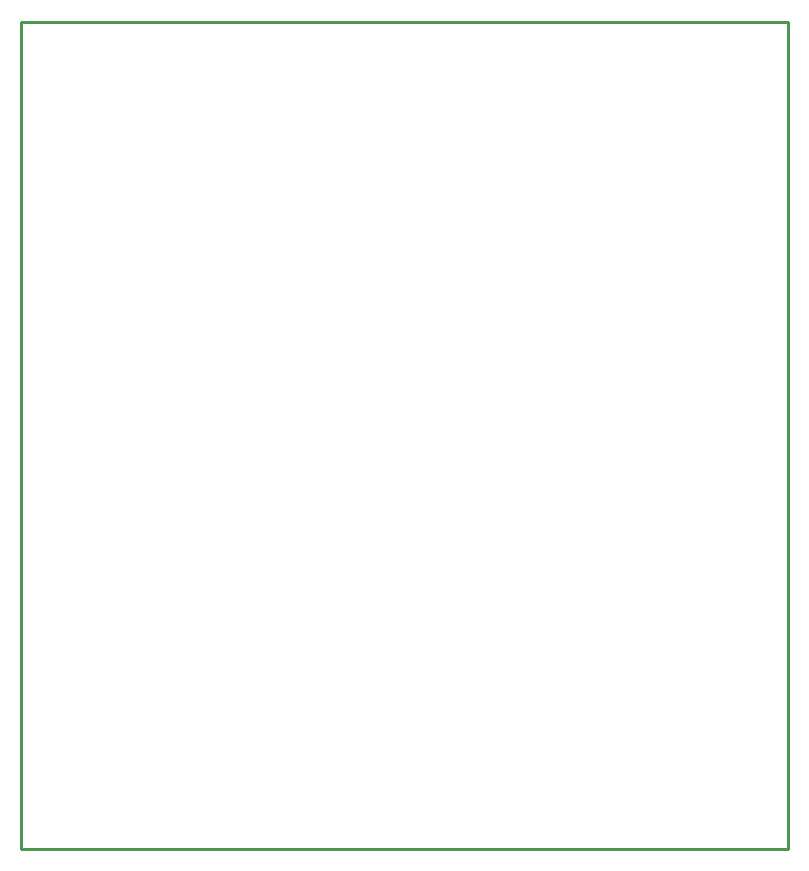
<source format=gko>
G04*
G04 #@! TF.GenerationSoftware,Altium Limited,Altium Designer,18.1.9 (240)*
G04*
G04 Layer_Color=16711935*
%FSLAX44Y44*%
%MOMM*%
G71*
G01*
G75*
%ADD10C,0.2540*%
D10*
X0Y700000D02*
X650000D01*
X0Y0D02*
Y700000D01*
Y0D02*
X650000D01*
Y700000D01*
M02*

</source>
